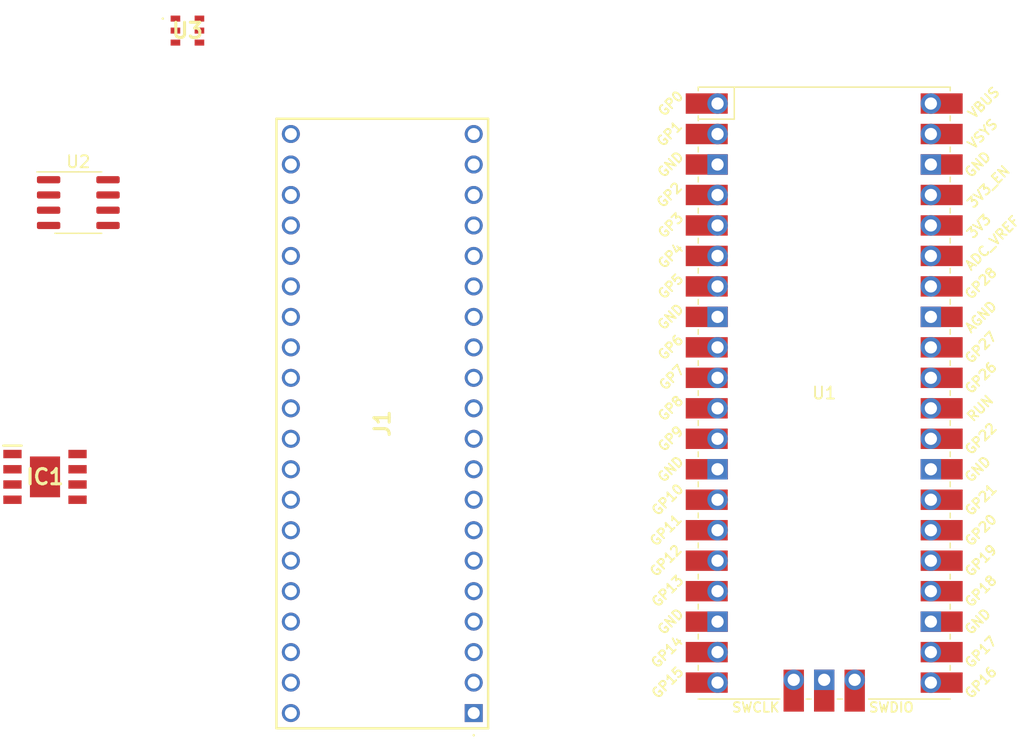
<source format=kicad_pcb>
(kicad_pcb (version 20221018) (generator pcbnew)
  (layers (0 "F.Cu" signal) (31 "B.Cu" signal) (34 "B.Paste" user) (35 "F.Paste" user) (36 "B.SilkS" user "B.Silkscreen") (37 "F.SilkS" user "F.Silkscreen") (38 "B.Mask" user) (39 "F.Mask" user) (44 "Edge.Cuts" user))
  (net 0 "")
  (footprint "Z-ICS0S40P-W000:ZICS0S40PW000" (layer "F.Cu") (at 88.9 111.76 90)
    (fp_text reference "J1" (at 24.13 -7.62 90) (layer "F.SilkS") (effects (font (size 1.27 1.27) (thickness 0.254))))
    (fp_text value "Z-ICS0S40P-W000" hide)
    (fp_line (start -1.9 0) (end -1.9 0) (stroke (width 0.1)) (layer "F.SilkS"))
    (fp_line (start -1.8 0) (end -1.8 0) (stroke (width 0.1)) (layer "F.SilkS"))
    (fp_line (start -1.27 -16.44) (end 49.53 -16.44) (stroke (width 0.2)) (layer "F.SilkS"))
    (fp_line (start -1.27 1.2) (end -1.27 -16.44) (stroke (width 0.2)) (layer "F.SilkS"))
    (fp_line (start 49.53 -16.44) (end 49.53 1.2) (stroke (width 0.2)) (layer "F.SilkS"))
    (fp_line (start 49.53 1.2) (end -1.27 1.2) (stroke (width 0.2)) (layer "F.SilkS"))
    (fp_arc (start -1.9 0) (mid -1.85 -0.05) (end -1.8 0) (stroke (width 0.1)) (layer "F.SilkS"))
    (fp_arc (start -1.8 0) (mid -1.85 0.05) (end -1.9 0) (stroke (width 0.1)) (layer "F.SilkS"))
    (pad "1" thru_hole rect (at 0 0 90) (size 1.5 1.5) (drill 1) (layers "*.Cu" "*.Mask"))
    (pad "2" thru_hole circle (at 2.54 0 90) (size 1.5 1.5) (drill 1) (layers "*.Cu" "*.Mask"))
    (pad "3" thru_hole circle (at 5.08 0 90) (size 1.5 1.5) (drill 1) (layers "*.Cu" "*.Mask"))
    (pad "4" thru_hole circle (at 7.62 0 90) (size 1.5 1.5) (drill 1) (layers "*.Cu" "*.Mask"))
    (pad "5" thru_hole circle (at 10.16 0 90) (size 1.5 1.5) (drill 1) (layers "*.Cu" "*.Mask"))
    (pad "6" thru_hole circle (at 12.7 0 90) (size 1.5 1.5) (drill 1) (layers "*.Cu" "*.Mask"))
    (pad "7" thru_hole circle (at 15.24 0 90) (size 1.5 1.5) (drill 1) (layers "*.Cu" "*.Mask"))
    (pad "8" thru_hole circle (at 17.78 0 90) (size 1.5 1.5) (drill 1) (layers "*.Cu" "*.Mask"))
    (pad "9" thru_hole circle (at 20.32 0 90) (size 1.5 1.5) (drill 1) (layers "*.Cu" "*.Mask"))
    (pad "10" thru_hole circle (at 22.86 0 90) (size 1.5 1.5) (drill 1) (layers "*.Cu" "*.Mask"))
    (pad "11" thru_hole circle (at 25.4 0 90) (size 1.5 1.5) (drill 1) (layers "*.Cu" "*.Mask"))
    (pad "12" thru_hole circle (at 27.94 0 90) (size 1.5 1.5) (drill 1) (layers "*.Cu" "*.Mask"))
    (pad "13" thru_hole circle (at 30.48 0 90) (size 1.5 1.5) (drill 1) (layers "*.Cu" "*.Mask"))
    (pad "14" thru_hole circle (at 33.02 0 90) (size 1.5 1.5) (drill 1) (layers "*.Cu" "*.Mask"))
    (pad "15" thru_hole circle (at 35.56 0 90) (size 1.5 1.5) (drill 1) (layers "*.Cu" "*.Mask"))
    (pad "16" thru_hole circle (at 38.1 0 90) (size 1.5 1.5) (drill 1) (layers "*.Cu" "*.Mask"))
    (pad "17" thru_hole circle (at 40.64 0 90) (size 1.5 1.5) (drill 1) (layers "*.Cu" "*.Mask"))
    (pad "18" thru_hole circle (at 43.18 0 90) (size 1.5 1.5) (drill 1) (layers "*.Cu" "*.Mask"))
    (pad "19" thru_hole circle (at 45.72 0 90) (size 1.5 1.5) (drill 1) (layers "*.Cu" "*.Mask"))
    (pad "20" thru_hole circle (at 48.26 0 90) (size 1.5 1.5) (drill 1) (layers "*.Cu" "*.Mask"))
    (pad "21" thru_hole circle (at 48.26 -15.24 90) (size 1.5 1.5) (drill 1) (layers "*.Cu" "*.Mask"))
    (pad "22" thru_hole circle (at 45.72 -15.24 90) (size 1.5 1.5) (drill 1) (layers "*.Cu" "*.Mask"))
    (pad "23" thru_hole circle (at 43.18 -15.24 90) (size 1.5 1.5) (drill 1) (layers "*.Cu" "*.Mask"))
    (pad "24" thru_hole circle (at 40.64 -15.24 90) (size 1.5 1.5) (drill 1) (layers "*.Cu" "*.Mask"))
    (pad "25" thru_hole circle (at 38.1 -15.24 90) (size 1.5 1.5) (drill 1) (layers "*.Cu" "*.Mask"))
    (pad "26" thru_hole circle (at 35.56 -15.24 90) (size 1.5 1.5) (drill 1) (layers "*.Cu" "*.Mask"))
    (pad "27" thru_hole circle (at 33.02 -15.24 90) (size 1.5 1.5) (drill 1) (layers "*.Cu" "*.Mask"))
    (pad "28" thru_hole circle (at 30.48 -15.24 90) (size 1.5 1.5) (drill 1) (layers "*.Cu" "*.Mask"))
    (pad "29" thru_hole circle (at 27.94 -15.24 90) (size 1.5 1.5) (drill 1) (layers "*.Cu" "*.Mask"))
    (pad "30" thru_hole circle (at 25.4 -15.24 90) (size 1.5 1.5) (drill 1) (layers "*.Cu" "*.Mask"))
    (pad "31" thru_hole circle (at 22.86 -15.24 90) (size 1.5 1.5) (drill 1) (layers "*.Cu" "*.Mask"))
    (pad "32" thru_hole circle (at 20.32 -15.24 90) (size 1.5 1.5) (drill 1) (layers "*.Cu" "*.Mask"))
    (pad "33" thru_hole circle (at 17.78 -15.24 90) (size 1.5 1.5) (drill 1) (layers "*.Cu" "*.Mask"))
    (pad "34" thru_hole circle (at 15.24 -15.24 90) (size 1.5 1.5) (drill 1) (layers "*.Cu" "*.Mask"))
    (pad "35" thru_hole circle (at 12.7 -15.24 90) (size 1.5 1.5) (drill 1) (layers "*.Cu" "*.Mask"))
    (pad "36" thru_hole circle (at 10.16 -15.24 90) (size 1.5 1.5) (drill 1) (layers "*.Cu" "*.Mask"))
    (pad "37" thru_hole circle (at 7.62 -15.24 90) (size 1.5 1.5) (drill 1) (layers "*.Cu" "*.Mask"))
    (pad "38" thru_hole circle (at 5.08 -15.24 90) (size 1.5 1.5) (drill 1) (layers "*.Cu" "*.Mask"))
    (pad "39" thru_hole circle (at 2.54 -15.24 90) (size 1.5 1.5) (drill 1) (layers "*.Cu" "*.Mask"))
    (pad "40" thru_hole circle (at 0 -15.24 90) (size 1.5 1.5) (drill 1) (layers "*.Cu" "*.Mask"))
  )
  (footprint "MCU_RaspberryPi_and_Boards:RPi_Pico_SMD_TH" (layer "F.Cu") (at 118.11 85.09)
    (fp_text reference "U1" (at 0 0) (layer "F.SilkS"))
    (fp_text value "Pico")
    (fp_text user "GP6" (at -12.8 -3.81 45) (layer "F.SilkS") (effects (font (size 0.8 0.8))))
    (fp_text user "GND" (at 12.8 6.35 45) (layer "F.SilkS") (effects (font (size 0.8 0.8))))
    (fp_text user "GP26" (at 13.054 -1.27 45) (layer "F.SilkS") (effects (font (size 0.8 0.8))))
    (fp_text user "SWDIO" (at 5.6 26.2) (layer "F.SilkS") (effects (font (size 0.8 0.8))))
    (fp_text user "GP14" (at -13.1 21.59 45) (layer "F.SilkS") (effects (font (size 0.8 0.8))))
    (fp_text user "GND" (at -12.8 -19.05 45) (layer "F.SilkS") (effects (font (size 0.8 0.8))))
    (fp_text user "GP2" (at -12.9 -16.51 45) (layer "F.SilkS") (effects (font (size 0.8 0.8))))
    (fp_text user "GP15" (at -13.054 24.13 45) (layer "F.SilkS") (effects (font (size 0.8 0.8))))
    (fp_text user "AGND" (at 13.054 -6.35 45) (layer "F.SilkS") (effects (font (size 0.8 0.8))))
    (fp_text user "GP13" (at -13.054 16.51 45) (layer "F.SilkS") (effects (font (size 0.8 0.8))))
    (fp_text user "GND" (at -12.8 19.05 45) (layer "F.SilkS") (effects (font (size 0.8 0.8))))
    (fp_text user "SWCLK" (at -5.7 26.2) (layer "F.SilkS") (effects (font (size 0.8 0.8))))
    (fp_text user "3V3_EN" (at 13.7 -17.2 45) (layer "F.SilkS") (effects (font (size 0.8 0.8))))
    (fp_text user "RUN" (at 13 1.27 45) (layer "F.SilkS") (effects (font (size 0.8 0.8))))
    (fp_text user "GP20" (at 13.054 11.43 45) (layer "F.SilkS") (effects (font (size 0.8 0.8))))
    (fp_text user "GP8" (at -12.8 1.27 45) (layer "F.SilkS") (effects (font (size 0.8 0.8))))
    (fp_text user "GP17" (at 13.054 21.59 45) (layer "F.SilkS") (effects (font (size 0.8 0.8))))
    (fp_text user "GP10" (at -13.054 8.89 45) (layer "F.SilkS") (effects (font (size 0.8 0.8))))
    (fp_text user "VBUS" (at 13.3 -24.2 45) (layer "F.SilkS") (effects (font (size 0.8 0.8))))
    (fp_text user "GP12" (at -13.2 13.97 45) (layer "F.SilkS") (effects (font (size 0.8 0.8))))
    (fp_text user "GP9" (at -12.8 3.81 45) (layer "F.SilkS") (effects (font (size 0.8 0.8))))
    (fp_text user "GP22" (at 13.054 3.81 45) (layer "F.SilkS") (effects (font (size 0.8 0.8))))
    (fp_text user "GP27" (at 13.054 -3.8 45) (layer "F.SilkS") (effects (font (size 0.8 0.8))))
    (fp_text user "GP18" (at 13.054 16.51 45) (layer "F.SilkS") (effects (font (size 0.8 0.8))))
    (fp_text user "GP7" (at -12.7 -1.3 45) (layer "F.SilkS") (effects (font (size 0.8 0.8))))
    (fp_text user "GND" (at 12.8 -19.05 45) (layer "F.SilkS") (effects (font (size 0.8 0.8))))
    (fp_text user "GP0" (at -12.8 -24.13 45) (layer "F.SilkS") (effects (font (size 0.8 0.8))))
    (fp_text user "GND" (at -12.8 -6.35 45) (layer "F.SilkS") (effects (font (size 0.8 0.8))))
    (fp_text user "3V3" (at 12.9 -13.9 45) (layer "F.SilkS") (effects (font (size 0.8 0.8))))
    (fp_text user "GP5" (at -12.8 -8.89 45) (layer "F.SilkS") (effects (font (size 0.8 0.8))))
    (fp_text user "VSYS" (at 13.2 -21.59 45) (layer "F.SilkS") (effects (font (size 0.8 0.8))))
    (fp_text user "GP11" (at -13.2 11.43 45) (layer "F.SilkS") (effects (font (size 0.8 0.8))))
    (fp_text user "GP4" (at -12.8 -11.43 45) (layer "F.SilkS") (effects (font (size 0.8 0.8))))
    (fp_text user "GP28" (at 13.054 -9.144 45) (layer "F.SilkS") (effects (font (size 0.8 0.8))))
    (fp_text user "GP19" (at 13.054 13.97 45) (layer "F.SilkS") (effects (font (size 0.8 0.8))))
    (fp_text user "GP1" (at -12.9 -21.6 45) (layer "F.SilkS") (effects (font (size 0.8 0.8))))
    (fp_text user "ADC_VREF" (at 14 -12.5 45) (layer "F.SilkS") (effects (font (size 0.8 0.8))))
    (fp_text user "GND" (at 12.8 19.05 45) (layer "F.SilkS") (effects (font (size 0.8 0.8))))
    (fp_text user "GND" (at -12.8 6.35 45) (layer "F.SilkS") (effects (font (size 0.8 0.8))))
    (fp_text user "GP16" (at 13.054 24.13 45) (layer "F.SilkS") (effects (font (size 0.8 0.8))))
    (fp_text user "GP3" (at -12.8 -13.97 45) (layer "F.SilkS") (effects (font (size 0.8 0.8))))
    (fp_text user "GP21" (at 13.054 8.9 45) (layer "F.SilkS") (effects (font (size 0.8 0.8))))
    (fp_line (start -10.5 -25.5) (end -10.5 -25.2) (stroke (width 0.12)) (layer "F.SilkS"))
    (fp_line (start -10.5 -25.5) (end 10.5 -25.5) (stroke (width 0.12)) (layer "F.SilkS"))
    (fp_line (start -10.5 -23.1) (end -10.5 -22.7) (stroke (width 0.12)) (layer "F.SilkS"))
    (fp_line (start -10.5 -22.833) (end -7.493 -22.833) (stroke (width 0.12)) (layer "F.SilkS"))
    (fp_line (start -10.5 -20.5) (end -10.5 -20.1) (stroke (width 0.12)) (layer "F.SilkS"))
    (fp_line (start -10.5 -18) (end -10.5 -17.6) (stroke (width 0.12)) (layer "F.SilkS"))
    (fp_line (start -10.5 -15.4) (end -10.5 -15) (stroke (width 0.12)) (layer "F.SilkS"))
    (fp_line (start -10.5 -12.9) (end -10.5 -12.5) (stroke (width 0.12)) (layer "F.SilkS"))
    (fp_line (start -10.5 -10.4) (end -10.5 -10) (stroke (width 0.12)) (layer "F.SilkS"))
    (fp_line (start -10.5 -7.8) (end -10.5 -7.4) (stroke (width 0.12)) (layer "F.SilkS"))
    (fp_line (start -10.5 -5.3) (end -10.5 -4.9) (stroke (width 0.12)) (layer "F.SilkS"))
    (fp_line (start -10.5 -2.7) (end -10.5 -2.3) (stroke (width 0.12)) (layer "F.SilkS"))
    (fp_line (start -10.5 -0.2) (end -10.5 0.2) (stroke (width 0.12)) (layer "F.SilkS"))
    (fp_line (start -10.5 2.3) (end -10.5 2.7) (stroke (width 0.12)) (layer "F.SilkS"))
    (fp_line (start -10.5 4.9) (end -10.5 5.3) (stroke (width 0.12)) (layer "F.SilkS"))
    (fp_line (start -10.5 7.4) (end -10.5 7.8) (stroke (width 0.12)) (layer "F.SilkS"))
    (fp_line (start -10.5 10) (end -10.5 10.4) (stroke (width 0.12)) (layer "F.SilkS"))
    (fp_line (start -10.5 12.5) (end -10.5 12.9) (stroke (width 0.12)) (layer "F.SilkS"))
    (fp_line (start -10.5 15.1) (end -10.5 15.5) (stroke (width 0.12)) (layer "F.SilkS"))
    (fp_line (start -10.5 17.6) (end -10.5 18) (stroke (width 0.12)) (layer "F.SilkS"))
    (fp_line (start -10.5 20.1) (end -10.5 20.5) (stroke (width 0.12)) (layer "F.SilkS"))
    (fp_line (start -10.5 22.7) (end -10.5 23.1) (stroke (width 0.12)) (layer "F.SilkS"))
    (fp_line (start -7.493 -22.833) (end -7.493 -25.5) (stroke (width 0.12)) (layer "F.SilkS"))
    (fp_line (start -3.7 25.5) (end -10.5 25.5) (stroke (width 0.12)) (layer "F.SilkS"))
    (fp_line (start -1.5 25.5) (end -1.1 25.5) (stroke (width 0.12)) (layer "F.SilkS"))
    (fp_line (start 1.1 25.5) (end 1.5 25.5) (stroke (width 0.12)) (layer "F.SilkS"))
    (fp_line (start 10.5 -25.5) (end 10.5 -25.2) (stroke (width 0.12)) (layer "F.SilkS"))
    (fp_line (start 10.5 -23.1) (end 10.5 -22.7) (stroke (width 0.12)) (layer "F.SilkS"))
    (fp_line (start 10.5 -20.5) (end 10.5 -20.1) (stroke (width 0.12)) (layer "F.SilkS"))
    (fp_line (start 10.5 -18) (end 10.5 -17.6) (stroke (width 0.12)) (layer "F.SilkS"))
    (fp_line (start 10.5 -15.4) (end 10.5 -15) (stroke (width 0.12)) (layer "F.SilkS"))
    (fp_line (start 10.5 -12.9) (end 10.5 -12.5) (stroke (width 0.12)) (layer "F.SilkS"))
    (fp_line (start 10.5 -10.4) (end 10.5 -10) (stroke (width 0.12)) (layer "F.SilkS"))
    (fp_line (start 10.5 -7.8) (end 10.5 -7.4) (stroke (width 0.12)) (layer "F.SilkS"))
    (fp_line (start 10.5 -5.3) (end 10.5 -4.9) (stroke (width 0.12)) (layer "F.SilkS"))
    (fp_line (start 10.5 -2.7) (end 10.5 -2.3) (stroke (width 0.12)) (layer "F.SilkS"))
    (fp_line (start 10.5 -0.2) (end 10.5 0.2) (stroke (width 0.12)) (layer "F.SilkS"))
    (fp_line (start 10.5 2.3) (end 10.5 2.7) (stroke (width 0.12)) (layer "F.SilkS"))
    (fp_line (start 10.5 4.9) (end 10.5 5.3) (stroke (width 0.12)) (layer "F.SilkS"))
    (fp_line (start 10.5 7.4) (end 10.5 7.8) (stroke (width 0.12)) (layer "F.SilkS"))
    (fp_line (start 10.5 10) (end 10.5 10.4) (stroke (width 0.12)) (layer "F.SilkS"))
    (fp_line (start 10.5 12.5) (end 10.5 12.9) (stroke (width 0.12)) (layer "F.SilkS"))
    (fp_line (start 10.5 15.1) (end 10.5 15.5) (stroke (width 0.12)) (layer "F.SilkS"))
    (fp_line (start 10.5 17.6) (end 10.5 18) (stroke (width 0.12)) (layer "F.SilkS"))
    (fp_line (start 10.5 20.1) (end 10.5 20.5) (stroke (width 0.12)) (layer "F.SilkS"))
    (fp_line (start 10.5 22.7) (end 10.5 23.1) (stroke (width 0.12)) (layer "F.SilkS"))
    (fp_line (start 10.5 25.5) (end 3.7 25.5) (stroke (width 0.12)) (layer "F.SilkS"))
    (pad "" np_thru_hole oval (at -2.725 -24) (size 1.8 1.8) (drill 1.8) (layers "*.Cu" "*.Mask"))
    (pad "" np_thru_hole oval (at -2.425 -20.97) (size 1.5 1.5) (drill 1.5) (layers "*.Cu" "*.Mask"))
    (pad "" np_thru_hole oval (at 2.425 -20.97) (size 1.5 1.5) (drill 1.5) (layers "*.Cu" "*.Mask"))
    (pad "" np_thru_hole oval (at 2.725 -24) (size 1.8 1.8) (drill 1.8) (layers "*.Cu" "*.Mask"))
    (pad "1" thru_hole oval (at -8.89 -24.13) (size 1.7 1.7) (drill 1.02) (layers "*.Cu" "*.Mask"))
    (pad "1" smd rect (at -8.89 -24.13) (size 3.5 1.7) (drill (offset -0.9 0)) (layers "F.Cu" "F.Mask"))
    (pad "2" thru_hole oval (at -8.89 -21.59) (size 1.7 1.7) (drill 1.02) (layers "*.Cu" "*.Mask"))
    (pad "2" smd rect (at -8.89 -21.59) (size 3.5 1.7) (drill (offset -0.9 0)) (layers "F.Cu" "F.Mask"))
    (pad "3" thru_hole rect (at -8.89 -19.05) (size 1.7 1.7) (drill 1.02) (layers "*.Cu" "*.Mask"))
    (pad "3" smd rect (at -8.89 -19.05) (size 3.5 1.7) (drill (offset -0.9 0)) (layers "F.Cu" "F.Mask"))
    (pad "4" thru_hole oval (at -8.89 -16.51) (size 1.7 1.7) (drill 1.02) (layers "*.Cu" "*.Mask"))
    (pad "4" smd rect (at -8.89 -16.51) (size 3.5 1.7) (drill (offset -0.9 0)) (layers "F.Cu" "F.Mask"))
    (pad "5" thru_hole oval (at -8.89 -13.97) (size 1.7 1.7) (drill 1.02) (layers "*.Cu" "*.Mask"))
    (pad "5" smd rect (at -8.89 -13.97) (size 3.5 1.7) (drill (offset -0.9 0)) (layers "F.Cu" "F.Mask"))
    (pad "6" thru_hole oval (at -8.89 -11.43) (size 1.7 1.7) (drill 1.02) (layers "*.Cu" "*.Mask"))
    (pad "6" smd rect (at -8.89 -11.43) (size 3.5 1.7) (drill (offset -0.9 0)) (layers "F.Cu" "F.Mask"))
    (pad "7" thru_hole oval (at -8.89 -8.89) (size 1.7 1.7) (drill 1.02) (layers "*.Cu" "*.Mask"))
    (pad "7" smd rect (at -8.89 -8.89) (size 3.5 1.7) (drill (offset -0.9 0)) (layers "F.Cu" "F.Mask"))
    (pad "8" thru_hole rect (at -8.89 -6.35) (size 1.7 1.7) (drill 1.02) (layers "*.Cu" "*.Mask"))
    (pad "8" smd rect (at -8.89 -6.35) (size 3.5 1.7) (drill (offset -0.9 0)) (layers "F.Cu" "F.Mask"))
    (pad "9" thru_hole oval (at -8.89 -3.81) (size 1.7 1.7) (drill 1.02) (layers "*.Cu" "*.Mask"))
    (pad "9" smd rect (at -8.89 -3.81) (size 3.5 1.7) (drill (offset -0.9 0)) (layers "F.Cu" "F.Mask"))
    (pad "10" thru_hole oval (at -8.89 -1.27) (size 1.7 1.7) (drill 1.02) (layers "*.Cu" "*.Mask"))
    (pad "10" smd rect (at -8.89 -1.27) (size 3.5 1.7) (drill (offset -0.9 0)) (layers "F.Cu" "F.Mask"))
    (pad "11" thru_hole oval (at -8.89 1.27) (size 1.7 1.7) (drill 1.02) (layers "*.Cu" "*.Mask"))
    (pad "11" smd rect (at -8.89 1.27) (size 3.5 1.7) (drill (offset -0.9 0)) (layers "F.Cu" "F.Mask"))
    (pad "12" thru_hole oval (at -8.89 3.81) (size 1.7 1.7) (drill 1.02) (layers "*.Cu" "*.Mask"))
    (pad "12" smd rect (at -8.89 3.81) (size 3.5 1.7) (drill (offset -0.9 0)) (layers "F.Cu" "F.Mask"))
    (pad "13" thru_hole rect (at -8.89 6.35) (size 1.7 1.7) (drill 1.02) (layers "*.Cu" "*.Mask"))
    (pad "13" smd rect (at -8.89 6.35) (size 3.5 1.7) (drill (offset -0.9 0)) (layers "F.Cu" "F.Mask"))
    (pad "14" thru_hole oval (at -8.89 8.89) (size 1.7 1.7) (drill 1.02) (layers "*.Cu" "*.Mask"))
    (pad "14" smd rect (at -8.89 8.89) (size 3.5 1.7) (drill (offset -0.9 0)) (layers "F.Cu" "F.Mask"))
    (pad "15" thru_hole oval (at -8.89 11.43) (size 1.7 1.7) (drill 1.02) (layers "*.Cu" "*.Mask"))
    (pad "15" smd rect (at -8.89 11.43) (size 3.5 1.7) (drill (offset -0.9 0)) (layers "F.Cu" "F.Mask"))
    (pad "16" thru_hole oval (at -8.89 13.97) (size 1.7 1.7) (drill 1.02) (layers "*.Cu" "*.Mask"))
    (pad "16" smd rect (at -8.89 13.97) (size 3.5 1.7) (drill (offset -0.9 0)) (layers "F.Cu" "F.Mask"))
    (pad "17" thru_hole oval (at -8.89 16.51) (size 1.7 1.7) (drill 1.02) (layers "*.Cu" "*.Mask"))
    (pad "17" smd rect (at -8.89 16.51) (size 3.5 1.7) (drill (offset -0.9 0)) (layers "F.Cu" "F.Mask"))
    (pad "18" thru_hole rect (at -8.89 19.05) (size 1.7 1.7) (drill 1.02) (layers "*.Cu" "*.Mask"))
    (pad "18" smd rect (at -8.89 19.05) (size 3.5 1.7) (drill (offset -0.9 0)) (layers "F.Cu" "F.Mask"))
    (pad "19" thru_hole oval (at -8.89 21.59) (size 1.7 1.7) (drill 1.02) (layers "*.Cu" "*.Mask"))
    (pad "19" smd rect (at -8.89 21.59) (size 3.5 1.7) (drill (offset -0.9 0)) (layers "F.Cu" "F.Mask"))
    (pad "20" thru_hole oval (at -8.89 24.13) (size 1.7 1.7) (drill 1.02) (layers "*.Cu" "*.Mask"))
    (pad "20" smd rect (at -8.89 24.13) (size 3.5 1.7) (drill (offset -0.9 0)) (layers "F.Cu" "F.Mask"))
    (pad "21" thru_hole oval (at 8.89 24.13) (size 1.7 1.7) (drill 1.02) (layers "*.Cu" "*.Mask"))
    (pad "21" smd rect (at 8.89 24.13) (size 3.5 1.7) (drill (offset 0.9 0)) (layers "F.Cu" "F.Mask"))
    (pad "22" thru_hole oval (at 8.89 21.59) (size 1.7 1.7) (drill 1.02) (layers "*.Cu" "*.Mask"))
    (pad "22" smd rect (at 8.89 21.59) (size 3.5 1.7) (drill (offset 0.9 0)) (layers "F.Cu" "F.Mask"))
    (pad "23" thru_hole rect (at 8.89 19.05) (size 1.7 1.7) (drill 1.02) (layers "*.Cu" "*.Mask"))
    (pad "23" smd rect (at 8.89 19.05) (size 3.5 1.7) (drill (offset 0.9 0)) (layers "F.Cu" "F.Mask"))
    (pad "24" thru_hole oval (at 8.89 16.51) (size 1.7 1.7) (drill 1.02) (layers "*.Cu" "*.Mask"))
    (pad "24" smd rect (at 8.89 16.51) (size 3.5 1.7) (drill (offset 0.9 0)) (layers "F.Cu" "F.Mask"))
    (pad "25" thru_hole oval (at 8.89 13.97) (size 1.7 1.7) (drill 1.02) (layers "*.Cu" "*.Mask"))
    (pad "25" smd rect (at 8.89 13.97) (size 3.5 1.7) (drill (offset 0.9 0)) (layers "F.Cu" "F.Mask"))
    (pad "26" thru_hole oval (at 8.89 11.43) (size 1.7 1.7) (drill 1.02) (layers "*.Cu" "*.Mask"))
    (pad "26" smd rect (at 8.89 11.43) (size 3.5 1.7) (drill (offset 0.9 0)) (layers "F.Cu" "F.Mask"))
    (pad "27" thru_hole oval (at 8.89 8.89) (size 1.7 1.7) (drill 1.02) (layers "*.Cu" "*.Mask"))
    (pad "27" smd rect (at 8.89 8.89) (size 3.5 1.7) (drill (offset 0.9 0)) (layers "F.Cu" "F.Mask"))
    (pad "28" thru_hole rect (at 8.89 6.35) (size 1.7 1.7) (drill 1.02) (layers "*.Cu" "*.Mask"))
    (pad "28" smd rect (at 8.89 6.35) (size 3.5 1.7) (drill (offset 0.9 0)) (layers "F.Cu" "F.Mask"))
    (pad "29" thru_hole oval (at 8.89 3.81) (size 1.7 1.7) (drill 1.02) (layers "*.Cu" "*.Mask"))
    (pad "29" smd rect (at 8.89 3.81) (size 3.5 1.7) (drill (offset 0.9 0)) (layers "F.Cu" "F.Mask"))
    (pad "30" thru_hole oval (at 8.89 1.27) (size 1.7 1.7) (drill 1.02) (layers "*.Cu" "*.Mask"))
    (pad "30" smd rect (at 8.89 1.27) (size 3.5 1.7) (drill (offset 0.9 0)) (layers "F.Cu" "F.Mask"))
    (pad "31" thru_hole oval (at 8.89 -1.27) (size 1.7 1.7) (drill 1.02) (layers "*.Cu" "*.Mask"))
    (pad "31" smd rect (at 8.89 -1.27) (size 3.5 1.7) (drill (offset 0.9 0)) (layers "F.Cu" "F.Mask"))
    (pad "32" thru_hole oval (at 8.89 -3.81) (size 1.7 1.7) (drill 1.02) (layers "*.Cu" "*.Mask"))
    (pad "32" smd rect (at 8.89 -3.81) (size 3.5 1.7) (drill (offset 0.9 0)) (layers "F.Cu" "F.Mask"))
    (pad "33" thru_hole rect (at 8.89 -6.35) (size 1.7 1.7) (drill 1.02) (layers "*.Cu" "*.Mask"))
    (pad "33" smd rect (at 8.89 -6.35) (size 3.5 1.7) (drill (offset 0.9 0)) (layers "F.Cu" "F.Mask"))
    (pad "34" thru_hole oval (at 8.89 -8.89) (size 1.7 1.7) (drill 1.02) (layers "*.Cu" "*.Mask"))
    (pad "34" smd rect (at 8.89 -8.89) (size 3.5 1.7) (drill (offset 0.9 0)) (layers "F.Cu" "F.Mask"))
    (pad "35" thru_hole oval (at 8.89 -11.43) (size 1.7 1.7) (drill 1.02) (layers "*.Cu" "*.Mask"))
    (pad "35" smd rect (at 8.89 -11.43) (size 3.5 1.7) (drill (offset 0.9 0)) (layers "F.Cu" "F.Mask"))
    (pad "36" thru_hole oval (at 8.89 -13.97) (size 1.7 1.7) (drill 1.02) (layers "*.Cu" "*.Mask"))
    (pad "36" smd rect (at 8.89 -13.97) (size 3.5 1.7) (drill (offset 0.9 0)) (layers "F.Cu" "F.Mask"))
    (pad "37" thru_hole oval (at 8.89 -16.51) (size 1.7 1.7) (drill 1.02) (layers "*.Cu" "*.Mask"))
    (pad "37" smd rect (at 8.89 -16.51) (size 3.5 1.7) (drill (offset 0.9 0)) (layers "F.Cu" "F.Mask"))
    (pad "38" thru_hole rect (at 8.89 -19.05) (size 1.7 1.7) (drill 1.02) (layers "*.Cu" "*.Mask"))
    (pad "38" smd rect (at 8.89 -19.05) (size 3.5 1.7) (drill (offset 0.9 0)) (layers "F.Cu" "F.Mask"))
    (pad "39" thru_hole oval (at 8.89 -21.59) (size 1.7 1.7) (drill 1.02) (layers "*.Cu" "*.Mask"))
    (pad "39" smd rect (at 8.89 -21.59) (size 3.5 1.7) (drill (offset 0.9 0)) (layers "F.Cu" "F.Mask"))
    (pad "40" thru_hole oval (at 8.89 -24.13) (size 1.7 1.7) (drill 1.02) (layers "*.Cu" "*.Mask"))
    (pad "40" smd rect (at 8.89 -24.13) (size 3.5 1.7) (drill (offset 0.9 0)) (layers "F.Cu" "F.Mask"))
    (pad "41" thru_hole oval (at -2.54 23.9) (size 1.7 1.7) (drill 1.02) (layers "*.Cu" "*.Mask"))
    (pad "41" smd rect (at -2.54 23.9 90) (size 3.5 1.7) (drill (offset -0.9 0)) (layers "F.Cu" "F.Mask"))
    (pad "42" thru_hole rect (at 0 23.9) (size 1.7 1.7) (drill 1.02) (layers "*.Cu" "*.Mask"))
    (pad "42" smd rect (at 0 23.9 90) (size 3.5 1.7) (drill (offset -0.9 0)) (layers "F.Cu" "F.Mask"))
    (pad "43" thru_hole oval (at 2.54 23.9) (size 1.7 1.7) (drill 1.02) (layers "*.Cu" "*.Mask"))
    (pad "43" smd rect (at 2.54 23.9 90) (size 3.5 1.7) (drill (offset -0.9 0)) (layers "F.Cu" "F.Mask"))
  )
  (footprint "TP4056:SOIC127P600X175-9N" (layer "F.Cu") (at 53.168 92.075)
    (fp_text reference "IC1" (at 0 0) (layer "F.SilkS") (effects (font (size 1.27 1.27) (thickness 0.254))))
    (fp_text value "TP4056-42-ESOP8" hide)
    (fp_line (start -3.475 -2.605) (end -1.95 -2.605) (stroke (width 0.2)) (layer "F.SilkS"))
    (pad "1" smd rect (at -2.712 -1.905 90) (size 0.7 1.525) (layers "F.Cu" "F.Paste" "F.Mask"))
    (pad "2" smd rect (at -2.712 -0.635 90) (size 0.7 1.525) (layers "F.Cu" "F.Paste" "F.Mask"))
    (pad "3" smd rect (at -2.712 0.635 90) (size 0.7 1.525) (layers "F.Cu" "F.Paste" "F.Mask"))
    (pad "4" smd rect (at -2.712 1.905 90) (size 0.7 1.525) (layers "F.Cu" "F.Paste" "F.Mask"))
    (pad "5" smd rect (at 2.712 1.905 90) (size 0.7 1.525) (layers "F.Cu" "F.Paste" "F.Mask"))
    (pad "6" smd rect (at 2.712 0.635 90) (size 0.7 1.525) (layers "F.Cu" "F.Paste" "F.Mask"))
    (pad "7" smd rect (at 2.712 -0.635 90) (size 0.7 1.525) (layers "F.Cu" "F.Paste" "F.Mask"))
    (pad "8" smd rect (at 2.712 -1.905 90) (size 0.7 1.525) (layers "F.Cu" "F.Paste" "F.Mask"))
    (pad "9" smd rect (at 0 0) (size 2.513 3.402) (layers "F.Cu" "F.Paste" "F.Mask"))
  )
  (footprint "AHT20:AHT20" (layer "F.Cu") (at 65.04 54.88)
    (fp_text reference "U3" (at 0 0) (layer "F.SilkS") (effects (font (size 1.27 1.27) (thickness 0.254))))
    (fp_text value "AHT20" hide)
    (fp_line (start -2.1 -1) (end -2.1 -1) (stroke (width 0.1)) (layer "F.SilkS"))
    (fp_line (start -2 -1) (end -2 -1) (stroke (width 0.1)) (layer "F.SilkS"))
    (fp_arc (start -2.1 -1) (mid -2.05 -1.05) (end -2 -1) (stroke (width 0.1)) (layer "F.SilkS"))
    (fp_arc (start -2 -1) (mid -2.05 -0.95) (end -2.1 -1) (stroke (width 0.1)) (layer "F.SilkS"))
    (pad "1" smd rect (at -1 -1 90) (size 0.5 0.8) (layers "F.Cu" "F.Paste" "F.Mask"))
    (pad "2" smd rect (at -1 0 90) (size 0.5 0.8) (layers "F.Cu" "F.Paste" "F.Mask"))
    (pad "3" smd rect (at -1 1 90) (size 0.5 0.8) (layers "F.Cu" "F.Paste" "F.Mask"))
    (pad "4" smd rect (at 1 1 90) (size 0.5 0.8) (layers "F.Cu" "F.Paste" "F.Mask"))
    (pad "5" smd rect (at 1 0 90) (size 0.5 0.8) (layers "F.Cu" "F.Paste" "F.Mask"))
    (pad "6" smd rect (at 1 -1 90) (size 0.5 0.8) (layers "F.Cu" "F.Paste" "F.Mask"))
  )
  (footprint "Package_SO:SOIC-8_3.9x4.9mm_P1.27mm" (layer "F.Cu") (at 55.945 69.215)
    (fp_text reference "U2" (at 0 -3.4) (layer "F.SilkS"))
    (fp_text value "PCF8523T")
    (fp_line (start 0 -2.56) (end -3.45 -2.56) (stroke (width 0.12)) (layer "F.SilkS"))
    (fp_line (start 0 -2.56) (end 1.95 -2.56) (stroke (width 0.12)) (layer "F.SilkS"))
    (fp_line (start 0 2.56) (end -1.95 2.56) (stroke (width 0.12)) (layer "F.SilkS"))
    (fp_line (start 0 2.56) (end 1.95 2.56) (stroke (width 0.12)) (layer "F.SilkS"))
    (pad "1" smd roundrect (at -2.475 -1.905) (size 1.95 0.6) (layers "F.Cu" "F.Paste" "F.Mask"))
    (pad "2" smd roundrect (at -2.475 -0.635) (size 1.95 0.6) (layers "F.Cu" "F.Paste" "F.Mask"))
    (pad "3" smd roundrect (at -2.475 0.635) (size 1.95 0.6) (layers "F.Cu" "F.Paste" "F.Mask"))
    (pad "4" smd roundrect (at -2.475 1.905) (size 1.95 0.6) (layers "F.Cu" "F.Paste" "F.Mask"))
    (pad "5" smd roundrect (at 2.475 1.905) (size 1.95 0.6) (layers "F.Cu" "F.Paste" "F.Mask"))
    (pad "6" smd roundrect (at 2.475 0.635) (size 1.95 0.6) (layers "F.Cu" "F.Paste" "F.Mask"))
    (pad "7" smd roundrect (at 2.475 -0.635) (size 1.95 0.6) (layers "F.Cu" "F.Paste" "F.Mask"))
    (pad "8" smd roundrect (at 2.475 -1.905) (size 1.95 0.6) (layers "F.Cu" "F.Paste" "F.Mask"))
  )
)
</source>
